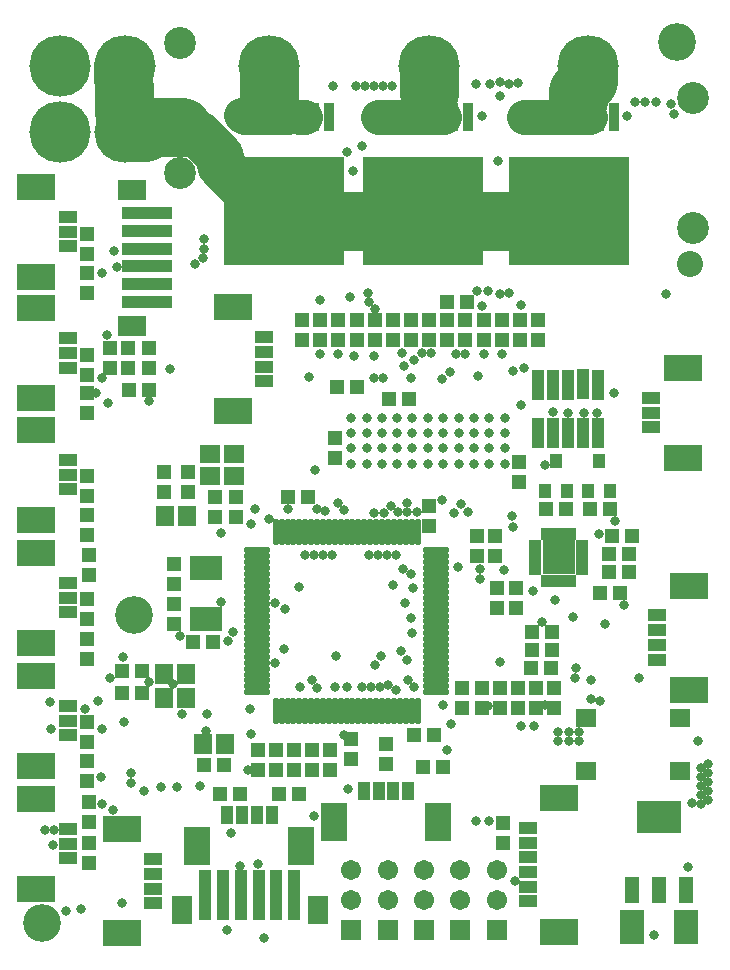
<source format=gts>
%FSTAX23Y23*%
%MOIN*%
%SFA1B1*%

%IPPOS*%
%ADD32C,0.011810*%
%ADD33C,0.118110*%
%ADD36C,0.196850*%
%ADD40C,0.157480*%
%ADD79C,0.137800*%
%ADD80R,0.126000X0.091000*%
%ADD81R,0.091000X0.126000*%
%ADD82R,0.098000X0.067000*%
%ADD83R,0.067000X0.098000*%
%ADD84R,0.051310X0.047370*%
%ADD85R,0.059180X0.067060*%
%ADD86R,0.110360X0.082800*%
%ADD87R,0.110360X0.114300*%
%ADD88R,0.039500X0.021780*%
%ADD89R,0.021780X0.039500*%
%ADD90R,0.145790X0.106420*%
%ADD91R,0.047370X0.086740*%
%ADD92O,0.019810X0.090680*%
%ADD93O,0.090680X0.019810*%
%ADD94R,0.039500X0.047370*%
%ADD95R,0.069020X0.059180*%
%ADD96R,0.047370X0.051310*%
%ADD97R,0.067060X0.059180*%
%ADD98R,0.082800X0.114300*%
%ADD99R,0.039500X0.102490*%
%ADD100R,0.059180X0.039500*%
%ADD101R,0.039500X0.059180*%
%ADD102R,0.165480X0.039500*%
%ADD103R,0.039500X0.165480*%
%ADD104R,0.037530X0.097960*%
%ADD105R,0.399540X0.362920*%
%ADD106C,0.126110*%
%ADD107C,0.204850*%
%ADD108C,0.106420*%
%ADD109R,0.067060X0.067060*%
%ADD110C,0.067060*%
%ADD111C,0.086740*%
%ADD112C,0.031620*%
%LNninja_3_2_pcb-1*%
%LPD*%
G54D32*
X01215Y0273D02*
Y0277D01*
G54D33*
X019Y0277D02*
X0192D01*
X018D02*
X019D01*
X0175D02*
X018D01*
X017D02*
X0175D01*
X01425Y0278D02*
X01435Y0277D01*
X01315D02*
X01415D01*
X01385Y0282D02*
Y0285D01*
X01265Y0277D02*
X01315D01*
X01215D02*
X01265D01*
X0085Y02835D02*
X00857Y02827D01*
X0095Y0277D02*
X0097D01*
X0085D02*
X00915D01*
X008D02*
X0085D01*
X00769D02*
X008D01*
X00759Y02779D02*
X00769Y0277D01*
G54D36*
X0088Y02425D02*
X0179D01*
X01815Y0245*
X0188Y02825D02*
Y02858D01*
X01915Y02892*
Y0294*
X01385Y0285D02*
Y0294D01*
X0085Y02835D02*
Y0294D01*
X00437Y0272D02*
Y02738D01*
X0037Y0272D02*
X00437D01*
X00365Y0294D02*
X0037Y0272D01*
X00437Y02738D02*
X00561D01*
G54D40*
X00561Y02738D02*
X00581Y02718D01*
X0061*
X00688Y0264*
Y02611D02*
Y0264D01*
Y02611D02*
X00841Y02458D01*
G54D79*
X0079Y02535D02*
X008D01*
G54D80*
X00075Y02239D03*
Y02539D03*
Y01834D03*
Y02134D03*
Y01429D03*
Y01729D03*
Y01019D03*
Y01319D03*
Y00609D03*
Y00909D03*
Y00199D03*
Y00499D03*
X0223Y01935D03*
Y01635D03*
X0073Y02138D03*
Y0179D03*
X0225Y00861D03*
Y01209D03*
X0036Y00398D03*
Y0005D03*
X01819Y00055D03*
Y00502D03*
G54D81*
X00611Y0034D03*
X00959D03*
X01066Y0042D03*
X01414D03*
G54D82*
X00395Y02075D03*
Y02529D03*
G54D83*
X01014Y00126D03*
X0056D03*
G54D84*
X01775Y01465D03*
X01841D03*
X0192D03*
X01986D03*
X0206Y01375D03*
X01993D03*
X0205Y01255D03*
X01983D03*
X01511Y02155D03*
X01445D03*
X0045Y0186D03*
X00383D03*
X01795Y00995D03*
X01728D03*
X01795Y01055D03*
X01728D03*
X00915Y01505D03*
X00981D03*
X00665Y0102D03*
X00598D03*
X00755Y00515D03*
X00688D03*
X00885D03*
X00951D03*
X0205Y01315D03*
X01983D03*
X01365Y00605D03*
X01431D03*
X01145Y0187D03*
X01078D03*
X0179Y00935D03*
X01723D03*
X0202Y01185D03*
X01953D03*
X0036Y0085D03*
X00426D03*
X0036Y00925D03*
X00426D03*
X01335Y0071D03*
X01401D03*
X00635Y0061D03*
X00701D03*
X0125Y0183D03*
X01316D03*
G54D85*
X00505Y0144D03*
X00579D03*
X00705Y0068D03*
X0063D03*
X00575Y00835D03*
X005D03*
X00575Y00915D03*
X005D03*
G54D86*
X0064Y01266D03*
Y01096D03*
G54D87*
X01816Y01303D03*
G54D88*
X01895Y01352D03*
Y01333D03*
Y01313D03*
Y01293D03*
Y01274D03*
Y01254D03*
X01737D03*
Y01274D03*
Y01293D03*
Y01313D03*
Y01333D03*
Y01352D03*
G54D89*
X01767Y01382D03*
X01786D03*
X01806D03*
X01826D03*
X01845D03*
X01865D03*
Y01225D03*
X01845D03*
X01826D03*
X01806D03*
X01786D03*
X01767D03*
G54D90*
X0215Y00439D03*
G54D91*
X02241Y00195D03*
X0206D03*
X0215D03*
G54D92*
X00873Y01389D03*
X00893D03*
X00913D03*
X00932D03*
X00952D03*
X00972D03*
X00991D03*
X01011D03*
X01031D03*
X0105D03*
X0107D03*
X0109D03*
X0111D03*
X01129D03*
X01149D03*
X01169D03*
X01188D03*
X01208D03*
X01228D03*
X01247D03*
X01267D03*
X01287D03*
X01306D03*
X01326D03*
X01346D03*
Y0079D03*
X01326D03*
X01306D03*
X01287D03*
X01267D03*
X01247D03*
X01228D03*
X01208D03*
X01188D03*
X01169D03*
X01149D03*
X01129D03*
X0111D03*
X0109D03*
X0107D03*
X0105D03*
X01031D03*
X01011D03*
X00991D03*
X00972D03*
X00952D03*
X00932D03*
X00913D03*
X00893D03*
X00873D03*
G54D93*
X01409Y01326D03*
Y01306D03*
Y01286D03*
Y01267D03*
Y01247D03*
Y01227D03*
Y01208D03*
Y01188D03*
Y01168D03*
Y01149D03*
Y01129D03*
Y01109D03*
Y0109D03*
Y0107D03*
Y0105D03*
Y0103D03*
Y01011D03*
Y00991D03*
Y00971D03*
Y00952D03*
Y00932D03*
Y00912D03*
Y00893D03*
Y00873D03*
Y00853D03*
X0081D03*
Y00873D03*
Y00893D03*
Y00912D03*
Y00932D03*
Y00952D03*
Y00971D03*
Y00991D03*
Y01011D03*
Y0103D03*
Y0105D03*
Y0107D03*
Y0109D03*
Y01109D03*
Y01129D03*
Y01149D03*
Y01168D03*
Y01188D03*
Y01208D03*
Y01227D03*
Y01247D03*
Y01267D03*
Y01286D03*
Y01306D03*
Y01326D03*
G54D94*
X0177Y01525D03*
X01844D03*
X01807Y01623D03*
X01915Y01525D03*
X01989D03*
X01952Y01623D03*
G54D95*
X01907Y0059D03*
Y00767D03*
X0222D03*
Y0059D03*
G54D96*
X01264Y02028D03*
Y02095D03*
X01385Y02028D03*
Y02095D03*
X01082Y02028D03*
Y02095D03*
X01143Y02028D03*
Y02095D03*
X01445Y02028D03*
Y02095D03*
X0163Y0035D03*
Y00416D03*
X01022Y02095D03*
Y02028D03*
X01566Y02095D03*
Y02028D03*
X01687Y02095D03*
Y02028D03*
X01495Y008D03*
Y00866D03*
X0161Y012D03*
Y01133D03*
X018Y008D03*
Y00866D03*
X01675Y012D03*
Y01133D03*
X0038Y02D03*
Y01933D03*
X0025Y0042D03*
Y00486D03*
Y0035D03*
Y00283D03*
X0067Y01505D03*
Y01438D03*
X0074Y01505D03*
Y01438D03*
X0032Y01935D03*
Y02001D03*
X0174Y00866D03*
Y008D03*
X0156Y00866D03*
Y008D03*
X00245Y00625D03*
Y00558D03*
Y00686D03*
Y00753D03*
Y01445D03*
Y01378D03*
Y0185D03*
Y01783D03*
Y01911D03*
Y01978D03*
Y0225D03*
Y02183D03*
Y02315D03*
Y02381D03*
X01055Y00595D03*
Y00661D03*
X00995Y00595D03*
Y00661D03*
X00875Y0066D03*
Y00593D03*
X0107Y017D03*
Y01633D03*
X01605Y01375D03*
Y01308D03*
X01385Y01475D03*
Y01408D03*
X00961Y02026D03*
Y02093D03*
X01203Y02028D03*
Y02095D03*
X01324Y02028D03*
Y02095D03*
X01505D03*
Y02028D03*
X01626Y02095D03*
Y02028D03*
X01747D03*
Y02095D03*
X0045Y02D03*
Y01933D03*
X0162Y008D03*
Y00866D03*
X0168Y008D03*
Y00866D03*
X005Y0152D03*
Y01586D03*
X0058Y0152D03*
Y01586D03*
X01125Y0063D03*
Y00696D03*
X0124Y00615D03*
Y00681D03*
X00935Y0066D03*
Y00593D03*
X01685Y01555D03*
Y01621D03*
X01545Y01308D03*
Y01375D03*
X00535Y01215D03*
Y01281D03*
X00245Y01506D03*
Y01573D03*
X0025Y0131D03*
Y01243D03*
X00815Y0066D03*
Y00593D03*
X00245Y01096D03*
Y01163D03*
X00535Y01148D03*
Y01081D03*
X00245Y0103D03*
Y00963D03*
G54D97*
X00655Y01575D03*
Y01649D03*
X00735Y01575D03*
Y01649D03*
G54D98*
X02241Y0007D03*
X0206D03*
G54D99*
X01749Y01718D03*
Y01878D03*
X01799Y01718D03*
Y01878D03*
X01849Y01718D03*
Y01878D03*
X01899Y01718D03*
Y0188D03*
X01949Y01718D03*
Y01878D03*
G54D100*
X0018Y02438D03*
Y02389D03*
Y0234D03*
Y02033D03*
Y01984D03*
Y01935D03*
Y01628D03*
Y01579D03*
Y0153D03*
Y01218D03*
Y01169D03*
Y0112D03*
Y00808D03*
Y00759D03*
Y0071D03*
Y00398D03*
Y00349D03*
Y003D03*
X02125Y01736D03*
Y01785D03*
Y01835D03*
X00835Y01939D03*
Y0189D03*
Y01988D03*
Y02037D03*
X02145Y0106D03*
Y0111D03*
Y01011D03*
Y00962D03*
X00465Y00199D03*
Y0015D03*
Y00248D03*
Y00297D03*
X01714Y00303D03*
Y00254D03*
Y00156D03*
Y00205D03*
Y00402D03*
Y00352D03*
G54D101*
X0081Y00445D03*
X0086D03*
X00761D03*
X00712D03*
X01265Y00525D03*
X01315D03*
X01216D03*
X01167D03*
G54D102*
X00445Y02155D03*
Y02214D03*
Y02273D03*
Y02332D03*
Y02391D03*
Y0245D03*
G54D103*
X00935Y00176D03*
X00875D03*
X00816D03*
X00757D03*
X00698D03*
X00639D03*
G54D104*
X0105Y0277D03*
X01D03*
X0095D03*
X0085D03*
X008D03*
X0075D03*
X01515D03*
X01465D03*
X01415D03*
X01315D03*
X01265D03*
X01215D03*
X02D03*
X0195D03*
X019D03*
X018D03*
X0175D03*
X017D03*
G54D105*
X009Y02458D03*
X01365D03*
X0185D03*
G54D106*
X004Y0111D03*
X0221Y0302D03*
X00095Y00085D03*
G54D107*
X0037Y0272D03*
Y0294D03*
X00155D03*
Y0272D03*
X0085Y0294D03*
X01385D03*
X01915D03*
G54D108*
X02265Y02833D03*
Y024D03*
X00555Y03018D03*
Y02585D03*
G54D109*
X01125Y0006D03*
X01246D03*
X01367D03*
X01488D03*
X0161D03*
G54D110*
X01125Y0016D03*
Y0026D03*
X01246Y0016D03*
Y0026D03*
X01367Y0016D03*
Y0026D03*
X01488Y0016D03*
Y0026D03*
X0161Y0016D03*
Y0026D03*
G54D111*
X02255Y0228D03*
G54D112*
X022Y0278D03*
X0219Y02815D03*
X0214Y02821D03*
X02175Y0218D03*
X0045Y01825D03*
X0162Y0284D03*
X01586Y0288D03*
X0154D03*
X0162Y02887D03*
X0165Y0288D03*
X00605Y02281D03*
X00635Y02365D03*
Y0233D03*
X0207Y02821D03*
X02105D03*
X0126Y02875D03*
X0123D03*
X012D03*
X0117D03*
X0114D03*
X01665Y01925D03*
X01626Y01981D03*
X017Y01935D03*
X0156Y0214D03*
X0158Y0219D03*
X01566Y01981D03*
X01546Y01908D03*
X0169Y02145D03*
X0165Y02185D03*
X0226Y00485D03*
X02315Y00585D03*
Y00615D03*
X0229Y006D03*
Y0057D03*
Y0048D03*
X02315Y00495D03*
X0229Y0051D03*
Y0054D03*
X02315Y00525D03*
Y00555D03*
X0148Y0127D03*
X0079Y00714D03*
X0064Y00725D03*
X0069Y01155D03*
X01772Y00811D03*
X01894Y00781D03*
X01925Y00895D03*
X01582Y00808D03*
X01456Y00746D03*
X01865Y01105D03*
X01805Y0116D03*
X01467Y01452D03*
X0149Y0148D03*
X01515Y01455D03*
X01428Y01493D03*
X01345Y01455D03*
X0131Y01485D03*
X01257Y01475D03*
X0116Y0087D03*
X0107D03*
X0111D03*
X011Y0071D03*
X00365Y0097D03*
X0131Y0096D03*
X01335Y0087D03*
X0129Y0099D03*
X01225Y00975D03*
X01329Y0105D03*
X01315Y00894D03*
X01275Y0086D03*
X01249Y00876D03*
X0122Y0087D03*
X0119D03*
X01185Y0131D03*
X01635Y0126D03*
X01545Y0219D03*
X02045Y02775D03*
X0139Y01985D03*
X0136D03*
X01475Y0198D03*
X01505Y01981D03*
X01455Y0192D03*
X01335Y0196D03*
X01325Y019D03*
X0123D03*
X0162Y0218D03*
X01615Y02625D03*
X0113Y0259D03*
X0116Y02675D03*
X0156Y02775D03*
X0111Y02655D03*
X01294Y01985D03*
X00295Y0048D03*
X00915Y01465D03*
X0101D03*
X01039Y01458D03*
X011Y0146D03*
X0108Y01484D03*
X012Y0145D03*
X0169Y0074D03*
X01875Y00935D03*
X0039Y0055D03*
X0049Y00539D03*
X00545D03*
X0032Y009D03*
X00645Y0078D03*
X00985Y01905D03*
X00105Y00395D03*
X0029Y0057D03*
X00225Y0013D03*
X0071Y0006D03*
X00835Y00035D03*
X0078Y00595D03*
X02248Y00271D03*
X0177Y0161D03*
X02Y0185D03*
X0166Y0144D03*
X01205Y00945D03*
X0095Y01205D03*
X01075Y00975D03*
X00275Y0185D03*
X00295Y019D03*
X01215Y0131D03*
X01245D03*
X01298Y01263D03*
X01324Y01247D03*
X0133Y012D03*
X01305Y0115D03*
X01275Y0131D03*
X01235Y0145D03*
X0128Y01455D03*
X0131D03*
X00335Y02325D03*
X00345Y0227D03*
X00315Y01818D03*
X0031Y02045D03*
X01005Y01595D03*
X0097Y0131D03*
X0103D03*
X01D03*
X00995Y00895D03*
X00955Y0087D03*
X0101Y00867D03*
X01585Y00425D03*
X0154D03*
X0085Y0143D03*
X00555Y0104D03*
X0053Y0088D03*
X02135Y00045D03*
X0167Y00225D03*
X00905Y0113D03*
X00902Y00997D03*
X0087Y0115D03*
Y0095D03*
X01665Y01405D03*
X02005Y01425D03*
X0195Y0138D03*
X0197Y0108D03*
X0173Y0119D03*
X0063Y023D03*
X01265Y0121D03*
X01555Y01265D03*
X01065Y02875D03*
X01945Y01785D03*
X0168Y02885D03*
X0102Y0216D03*
X0045Y00887D03*
X00755Y00275D03*
X00366Y00753D03*
X00815Y0028D03*
X0039Y00585D03*
X0169Y0181D03*
X019Y01785D03*
X01849Y01784D03*
X013Y0194D03*
X012Y019D03*
X00715Y01025D03*
X0073Y01055D03*
X00295Y0225D03*
X0069Y01385D03*
X00175Y00125D03*
X0036Y0015D03*
X01428Y01898D03*
X01022Y01981D03*
X0106Y0131D03*
X00125Y0073D03*
X00236Y00796D03*
X01761Y01088D03*
X01555Y0123D03*
X01325Y011D03*
X01799Y01786D03*
X0079Y01415D03*
X00805Y01465D03*
X00786Y00796D03*
X00135Y00395D03*
X0013Y00345D03*
X0028Y00825D03*
X00295Y0073D03*
X0012Y0082D03*
X0112Y0217D03*
X0118Y02185D03*
X01185Y02155D03*
X01205Y0213D03*
X012Y01975D03*
X01135D03*
X02035Y01145D03*
X0187Y009D03*
X01955Y00825D03*
X01925Y0083D03*
X0185Y0072D03*
X0228Y0069D03*
X01735Y0074D03*
X0162Y00955D03*
X0143Y0081D03*
X01445Y0066D03*
X01115Y0053D03*
X01329Y01615D03*
X01534D03*
X01125Y01666D03*
Y01615D03*
X01176D03*
X01227D03*
X01278D03*
X01381D03*
X01432D03*
X01483D03*
X01585D03*
X01637D03*
X01176Y01666D03*
X01227D03*
X01278D03*
X01329D03*
X01381D03*
X01432D03*
X01483D03*
X01534D03*
X01585D03*
X01637D03*
X01125Y01717D03*
X01176D03*
X01227D03*
X01278D03*
X01329D03*
X01381D03*
X01432D03*
X01483D03*
X01534D03*
X01585D03*
X01637D03*
X01125Y01768D03*
X01176D03*
X01227D03*
X01278D03*
X01329D03*
X01381D03*
X01432D03*
X01483D03*
X01534D03*
X01585D03*
X01637D03*
X0052Y0193D03*
X0062Y0054D03*
X02085Y009D03*
X0033Y0046D03*
X01Y0044D03*
X00725Y00385D03*
X0056Y0078D03*
X00435Y00525D03*
X01082Y01981D03*
X01815Y0069D03*
X0185D03*
X01885Y0072D03*
Y0069D03*
X01815Y0072D03*
M02*
</source>
